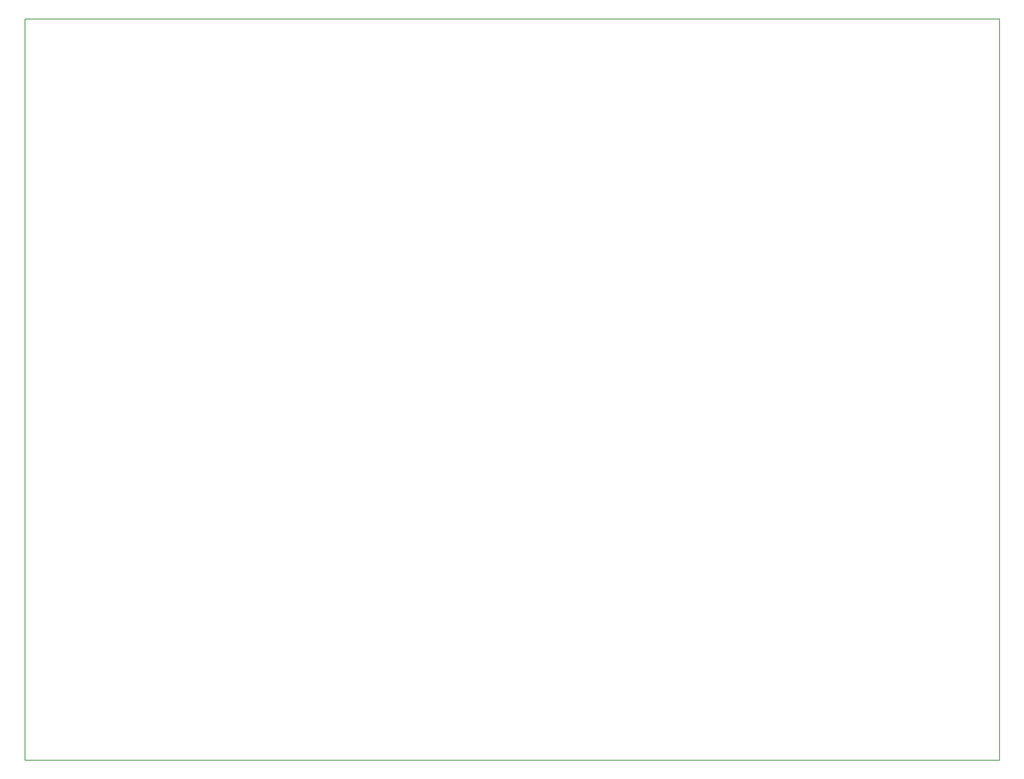
<source format=gko>
%FSTAX24Y24*%
%MOIN*%
%SFA1B1*%

%IPPOS*%
%ADD27C,0.010000*%
%LNtoasterbigboard-1*%
%LPD*%
G54D27*
X1455Y02D02*
Y1155D01*
X02Y02D02*
X1455D01*
X02D02*
Y1155D01*
X1455*
M02*
</source>
